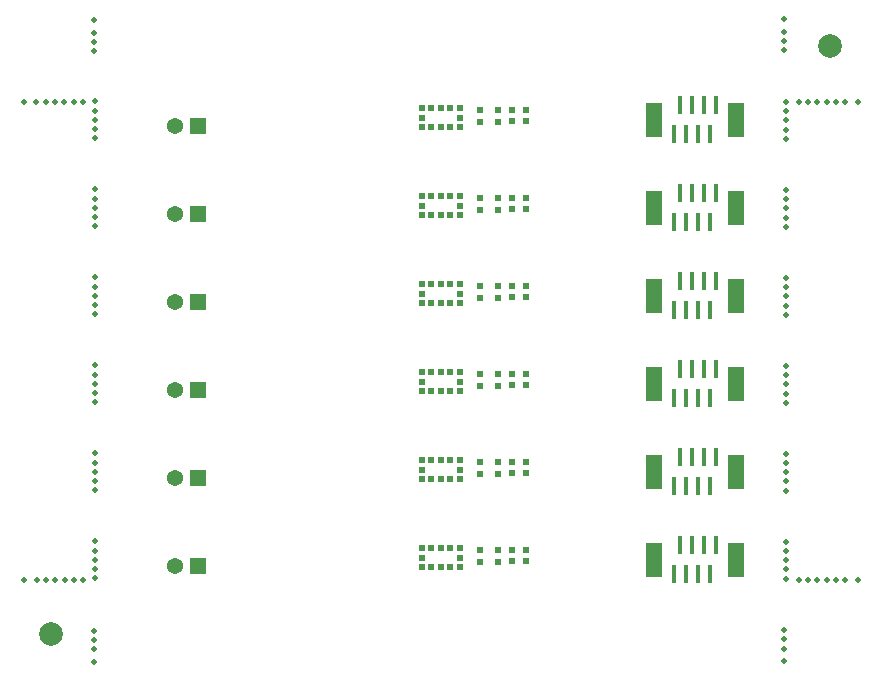
<source format=gbr>
%TF.GenerationSoftware,KiCad,Pcbnew,7.0.7-7.0.7~ubuntu22.04.1*%
%TF.CreationDate,2023-09-16T17:49:40-05:00*%
%TF.ProjectId,TOF_PANELIZED,544f465f-5041-44e4-954c-495a45442e6b,000*%
%TF.SameCoordinates,Original*%
%TF.FileFunction,Soldermask,Top*%
%TF.FilePolarity,Negative*%
%FSLAX46Y46*%
G04 Gerber Fmt 4.6, Leading zero omitted, Abs format (unit mm)*
G04 Created by KiCad (PCBNEW 7.0.7-7.0.7~ubuntu22.04.1) date 2023-09-16 17:49:40*
%MOMM*%
%LPD*%
G01*
G04 APERTURE LIST*
%ADD10C,0.500000*%
%ADD11C,2.000000*%
%ADD12R,1.368000X1.368000*%
%ADD13C,1.368000*%
%ADD14R,0.600000X0.490000*%
%ADD15R,0.508000X0.508000*%
%ADD16R,0.400000X1.600000*%
%ADD17R,1.400000X2.900000*%
%ADD18R,0.550000X0.500000*%
G04 APERTURE END LIST*
D10*
%TO.C,REF\u002A\u002A*%
X107070000Y-28545000D03*
%TD*%
%TO.C,REF\u002A\u002A*%
X107854000Y-28545000D03*
%TD*%
%TO.C,REF\u002A\u002A*%
X47400000Y-74085000D03*
%TD*%
%TO.C,REF\u002A\u002A*%
X47400000Y-75945000D03*
%TD*%
%TO.C,REF\u002A\u002A*%
X47400000Y-73305000D03*
%TD*%
%TO.C,REF\u002A\u002A*%
X47400000Y-74865000D03*
%TD*%
D11*
%TO.C,REF\u002A\u002A*%
X109740000Y-23785000D03*
%TD*%
%TO.C,REF\u002A\u002A*%
X43740000Y-73610000D03*
%TD*%
D10*
%TO.C,REF\u002A\u002A*%
X105980000Y-29321000D03*
%TD*%
%TO.C,REF\u002A\u002A*%
X105980000Y-28543000D03*
%TD*%
%TO.C,REF\u002A\u002A*%
X105980000Y-30099000D03*
%TD*%
%TO.C,REF\u002A\u002A*%
X47510000Y-31607000D03*
%TD*%
%TO.C,REF\u002A\u002A*%
X47510000Y-30829000D03*
%TD*%
%TO.C,REF\u002A\u002A*%
X47510000Y-30051000D03*
%TD*%
%TO.C,REF\u002A\u002A*%
X47510000Y-29273000D03*
%TD*%
%TO.C,REF\u002A\u002A*%
X47510000Y-28495000D03*
%TD*%
%TO.C,REF\u002A\u002A*%
X112050000Y-28545000D03*
%TD*%
%TO.C,REF\u002A\u002A*%
X107070000Y-69055000D03*
%TD*%
%TO.C,REF\u002A\u002A*%
X107854000Y-69055000D03*
%TD*%
%TO.C,REF\u002A\u002A*%
X108638000Y-69055000D03*
%TD*%
%TO.C,REF\u002A\u002A*%
X109422000Y-69055000D03*
%TD*%
%TO.C,REF\u002A\u002A*%
X110206000Y-69055000D03*
%TD*%
%TO.C,REF\u002A\u002A*%
X110990000Y-69055000D03*
%TD*%
%TO.C,REF\u002A\u002A*%
X112050000Y-69055000D03*
%TD*%
%TO.C,REF\u002A\u002A*%
X46440000Y-28505000D03*
%TD*%
%TO.C,REF\u002A\u002A*%
X45656000Y-28505000D03*
%TD*%
%TO.C,REF\u002A\u002A*%
X44872000Y-28505000D03*
%TD*%
%TO.C,REF\u002A\u002A*%
X44088000Y-28505000D03*
%TD*%
%TO.C,REF\u002A\u002A*%
X42520000Y-28505000D03*
%TD*%
%TO.C,REF\u002A\u002A*%
X43304000Y-28505000D03*
%TD*%
%TO.C,REF\u002A\u002A*%
X41460000Y-28505000D03*
%TD*%
%TO.C,REF\u002A\u002A*%
X47510000Y-39057000D03*
%TD*%
%TO.C,REF\u002A\u002A*%
X47510000Y-46507000D03*
%TD*%
%TO.C,REF\u002A\u002A*%
X47510000Y-53957000D03*
%TD*%
%TO.C,REF\u002A\u002A*%
X47510000Y-61407000D03*
%TD*%
%TO.C,REF\u002A\u002A*%
X47510000Y-68857000D03*
%TD*%
%TO.C,REF\u002A\u002A*%
X105980000Y-35993000D03*
%TD*%
%TO.C,REF\u002A\u002A*%
X105980000Y-43443000D03*
%TD*%
%TO.C,REF\u002A\u002A*%
X105980000Y-50893000D03*
%TD*%
%TO.C,REF\u002A\u002A*%
X105980000Y-58343000D03*
%TD*%
%TO.C,REF\u002A\u002A*%
X105980000Y-65793000D03*
%TD*%
%TO.C,REF\u002A\u002A*%
X47510000Y-37501000D03*
%TD*%
%TO.C,REF\u002A\u002A*%
X47510000Y-44951000D03*
%TD*%
%TO.C,REF\u002A\u002A*%
X47510000Y-52401000D03*
%TD*%
%TO.C,REF\u002A\u002A*%
X47510000Y-59851000D03*
%TD*%
%TO.C,REF\u002A\u002A*%
X47510000Y-67301000D03*
%TD*%
%TO.C,REF\u002A\u002A*%
X105980000Y-38327000D03*
%TD*%
%TO.C,REF\u002A\u002A*%
X105980000Y-45777000D03*
%TD*%
%TO.C,REF\u002A\u002A*%
X105980000Y-53227000D03*
%TD*%
%TO.C,REF\u002A\u002A*%
X105980000Y-60677000D03*
%TD*%
%TO.C,REF\u002A\u002A*%
X105980000Y-68127000D03*
%TD*%
%TO.C,REF\u002A\u002A*%
X47510000Y-36723000D03*
%TD*%
%TO.C,REF\u002A\u002A*%
X47510000Y-44173000D03*
%TD*%
%TO.C,REF\u002A\u002A*%
X47510000Y-51623000D03*
%TD*%
%TO.C,REF\u002A\u002A*%
X47510000Y-59073000D03*
%TD*%
%TO.C,REF\u002A\u002A*%
X47510000Y-66523000D03*
%TD*%
%TO.C,REF\u002A\u002A*%
X105980000Y-39105000D03*
%TD*%
%TO.C,REF\u002A\u002A*%
X105980000Y-46555000D03*
%TD*%
%TO.C,REF\u002A\u002A*%
X105980000Y-54005000D03*
%TD*%
%TO.C,REF\u002A\u002A*%
X105980000Y-61455000D03*
%TD*%
%TO.C,REF\u002A\u002A*%
X105980000Y-68905000D03*
%TD*%
%TO.C,REF\u002A\u002A*%
X105980000Y-37549000D03*
%TD*%
%TO.C,REF\u002A\u002A*%
X105980000Y-44999000D03*
%TD*%
%TO.C,REF\u002A\u002A*%
X105980000Y-52449000D03*
%TD*%
%TO.C,REF\u002A\u002A*%
X105980000Y-59899000D03*
%TD*%
%TO.C,REF\u002A\u002A*%
X105980000Y-67349000D03*
%TD*%
%TO.C,REF\u002A\u002A*%
X105980000Y-36771000D03*
%TD*%
%TO.C,REF\u002A\u002A*%
X105980000Y-44221000D03*
%TD*%
%TO.C,REF\u002A\u002A*%
X105980000Y-51671000D03*
%TD*%
%TO.C,REF\u002A\u002A*%
X105980000Y-59121000D03*
%TD*%
%TO.C,REF\u002A\u002A*%
X105980000Y-66571000D03*
%TD*%
%TO.C,REF\u002A\u002A*%
X47510000Y-35945000D03*
%TD*%
%TO.C,REF\u002A\u002A*%
X47510000Y-43395000D03*
%TD*%
%TO.C,REF\u002A\u002A*%
X47510000Y-50845000D03*
%TD*%
%TO.C,REF\u002A\u002A*%
X47510000Y-58295000D03*
%TD*%
%TO.C,REF\u002A\u002A*%
X47510000Y-65745000D03*
%TD*%
%TO.C,REF\u002A\u002A*%
X47510000Y-38279000D03*
%TD*%
%TO.C,REF\u002A\u002A*%
X47510000Y-45729000D03*
%TD*%
%TO.C,REF\u002A\u002A*%
X47510000Y-53179000D03*
%TD*%
%TO.C,REF\u002A\u002A*%
X47510000Y-60629000D03*
%TD*%
%TO.C,REF\u002A\u002A*%
X47510000Y-68079000D03*
%TD*%
D12*
%TO.C,J2*%
X56215000Y-67840000D03*
D13*
X54215000Y-67840000D03*
%TD*%
D14*
%TO.C,R1*%
X82770000Y-59937000D03*
X82770000Y-59023000D03*
%TD*%
D15*
%TO.C,U1*%
X78340200Y-67925100D03*
X77540100Y-67925100D03*
X76740000Y-67925100D03*
X75939900Y-67925100D03*
X75139800Y-67925100D03*
X75139800Y-67125000D03*
X75139800Y-66324900D03*
X75939900Y-66324900D03*
X76740000Y-66324900D03*
X77540100Y-66324900D03*
X78340200Y-66324900D03*
X78340200Y-67125000D03*
%TD*%
D16*
%TO.C,J1*%
X96515000Y-31235000D03*
X97015000Y-28835000D03*
X97515000Y-31235000D03*
X98015000Y-28835000D03*
X98515000Y-31235000D03*
X99015000Y-28835000D03*
X99515000Y-31235000D03*
X100015000Y-28835000D03*
D17*
X94815000Y-30035000D03*
X101715000Y-30035000D03*
%TD*%
D14*
%TO.C,R2*%
X83980000Y-44113000D03*
X83980000Y-45027000D03*
%TD*%
%TO.C,R2*%
X83980000Y-29213000D03*
X83980000Y-30127000D03*
%TD*%
%TO.C,R2*%
X83980000Y-51563000D03*
X83980000Y-52477000D03*
%TD*%
%TO.C,R1*%
X82770000Y-52487000D03*
X82770000Y-51573000D03*
%TD*%
D10*
%TO.C,REF\u002A\u002A*%
X105800000Y-74045000D03*
%TD*%
%TO.C,REF\u002A\u002A*%
X109422000Y-28545000D03*
%TD*%
D12*
%TO.C,J2*%
X56215000Y-60390000D03*
D13*
X54215000Y-60390000D03*
%TD*%
D18*
%TO.C,C2*%
X81560000Y-36685000D03*
X81560000Y-37665000D03*
%TD*%
D10*
%TO.C,REF\u002A\u002A*%
X105800000Y-21545000D03*
%TD*%
D18*
%TO.C,C2*%
X81560000Y-66485000D03*
X81560000Y-67465000D03*
%TD*%
D10*
%TO.C,REF\u002A\u002A*%
X47400000Y-23445000D03*
%TD*%
%TO.C,REF\u002A\u002A*%
X105800000Y-22625000D03*
%TD*%
%TO.C,REF\u002A\u002A*%
X110990000Y-28545000D03*
%TD*%
%TO.C,REF\u002A\u002A*%
X41490000Y-69035000D03*
%TD*%
D18*
%TO.C,C2*%
X81560000Y-59035000D03*
X81560000Y-60015000D03*
%TD*%
%TO.C,C1*%
X80070000Y-51585000D03*
X80070000Y-52565000D03*
%TD*%
D10*
%TO.C,REF\u002A\u002A*%
X44902000Y-69035000D03*
%TD*%
D12*
%TO.C,J2*%
X56215000Y-38040000D03*
D13*
X54215000Y-38040000D03*
%TD*%
D14*
%TO.C,R2*%
X83980000Y-59013000D03*
X83980000Y-59927000D03*
%TD*%
D15*
%TO.C,U1*%
X78340200Y-45575100D03*
X77540100Y-45575100D03*
X76740000Y-45575100D03*
X75939900Y-45575100D03*
X75139800Y-45575100D03*
X75139800Y-44775000D03*
X75139800Y-43974900D03*
X75939900Y-43974900D03*
X76740000Y-43974900D03*
X77540100Y-43974900D03*
X78340200Y-43974900D03*
X78340200Y-44775000D03*
%TD*%
D14*
%TO.C,R1*%
X82770000Y-45037000D03*
X82770000Y-44123000D03*
%TD*%
D10*
%TO.C,REF\u002A\u002A*%
X105800000Y-73265000D03*
%TD*%
%TO.C,REF\u002A\u002A*%
X47400000Y-21585000D03*
%TD*%
%TO.C,REF\u002A\u002A*%
X108638000Y-28545000D03*
%TD*%
D18*
%TO.C,C2*%
X81560000Y-44135000D03*
X81560000Y-45115000D03*
%TD*%
D10*
%TO.C,REF\u002A\u002A*%
X42550000Y-69035000D03*
%TD*%
D16*
%TO.C,J1*%
X96515000Y-53585000D03*
X97015000Y-51185000D03*
X97515000Y-53585000D03*
X98015000Y-51185000D03*
X98515000Y-53585000D03*
X99015000Y-51185000D03*
X99515000Y-53585000D03*
X100015000Y-51185000D03*
D17*
X94815000Y-52385000D03*
X101715000Y-52385000D03*
%TD*%
D12*
%TO.C,J2*%
X56215000Y-30590000D03*
D13*
X54215000Y-30590000D03*
%TD*%
D10*
%TO.C,REF\u002A\u002A*%
X46470000Y-69035000D03*
%TD*%
%TO.C,REF\u002A\u002A*%
X105980000Y-31655000D03*
%TD*%
D15*
%TO.C,U1*%
X78340200Y-30675100D03*
X77540100Y-30675100D03*
X76740000Y-30675100D03*
X75939900Y-30675100D03*
X75139800Y-30675100D03*
X75139800Y-29875000D03*
X75139800Y-29074900D03*
X75939900Y-29074900D03*
X76740000Y-29074900D03*
X77540100Y-29074900D03*
X78340200Y-29074900D03*
X78340200Y-29875000D03*
%TD*%
D16*
%TO.C,J1*%
X96515000Y-68485000D03*
X97015000Y-66085000D03*
X97515000Y-68485000D03*
X98015000Y-66085000D03*
X98515000Y-68485000D03*
X99015000Y-66085000D03*
X99515000Y-68485000D03*
X100015000Y-66085000D03*
D17*
X94815000Y-67285000D03*
X101715000Y-67285000D03*
%TD*%
D16*
%TO.C,J1*%
X96515000Y-61035000D03*
X97015000Y-58635000D03*
X97515000Y-61035000D03*
X98015000Y-58635000D03*
X98515000Y-61035000D03*
X99015000Y-58635000D03*
X99515000Y-61035000D03*
X100015000Y-58635000D03*
D17*
X94815000Y-59835000D03*
X101715000Y-59835000D03*
%TD*%
D18*
%TO.C,C1*%
X80070000Y-59035000D03*
X80070000Y-60015000D03*
%TD*%
D10*
%TO.C,REF\u002A\u002A*%
X45686000Y-69035000D03*
%TD*%
D14*
%TO.C,R1*%
X82770000Y-67387000D03*
X82770000Y-66473000D03*
%TD*%
D18*
%TO.C,C2*%
X81560000Y-29235000D03*
X81560000Y-30215000D03*
%TD*%
D15*
%TO.C,U1*%
X78340200Y-38125100D03*
X77540100Y-38125100D03*
X76740000Y-38125100D03*
X75939900Y-38125100D03*
X75139800Y-38125100D03*
X75139800Y-37325000D03*
X75139800Y-36524900D03*
X75939900Y-36524900D03*
X76740000Y-36524900D03*
X77540100Y-36524900D03*
X78340200Y-36524900D03*
X78340200Y-37325000D03*
%TD*%
D16*
%TO.C,J1*%
X96515000Y-38685000D03*
X97015000Y-36285000D03*
X97515000Y-38685000D03*
X98015000Y-36285000D03*
X98515000Y-38685000D03*
X99015000Y-36285000D03*
X99515000Y-38685000D03*
X100015000Y-36285000D03*
D17*
X94815000Y-37485000D03*
X101715000Y-37485000D03*
%TD*%
D14*
%TO.C,R2*%
X83980000Y-66463000D03*
X83980000Y-67377000D03*
%TD*%
D10*
%TO.C,REF\u002A\u002A*%
X105800000Y-23405000D03*
%TD*%
%TO.C,REF\u002A\u002A*%
X44118000Y-69035000D03*
%TD*%
%TO.C,REF\u002A\u002A*%
X105980000Y-30877000D03*
%TD*%
D18*
%TO.C,C1*%
X80070000Y-44135000D03*
X80070000Y-45115000D03*
%TD*%
D10*
%TO.C,REF\u002A\u002A*%
X47400000Y-22665000D03*
%TD*%
D16*
%TO.C,J1*%
X96515000Y-46135000D03*
X97015000Y-43735000D03*
X97515000Y-46135000D03*
X98015000Y-43735000D03*
X98515000Y-46135000D03*
X99015000Y-43735000D03*
X99515000Y-46135000D03*
X100015000Y-43735000D03*
D17*
X94815000Y-44935000D03*
X101715000Y-44935000D03*
%TD*%
D14*
%TO.C,R2*%
X83980000Y-36663000D03*
X83980000Y-37577000D03*
%TD*%
D10*
%TO.C,REF\u002A\u002A*%
X43334000Y-69035000D03*
%TD*%
%TO.C,REF\u002A\u002A*%
X110206000Y-28545000D03*
%TD*%
%TO.C,REF\u002A\u002A*%
X105800000Y-24185000D03*
%TD*%
%TO.C,REF\u002A\u002A*%
X105800000Y-75905000D03*
%TD*%
D14*
%TO.C,R1*%
X82770000Y-30137000D03*
X82770000Y-29223000D03*
%TD*%
D15*
%TO.C,U1*%
X78340200Y-53025100D03*
X77540100Y-53025100D03*
X76740000Y-53025100D03*
X75939900Y-53025100D03*
X75139800Y-53025100D03*
X75139800Y-52225000D03*
X75139800Y-51424900D03*
X75939900Y-51424900D03*
X76740000Y-51424900D03*
X77540100Y-51424900D03*
X78340200Y-51424900D03*
X78340200Y-52225000D03*
%TD*%
D18*
%TO.C,C1*%
X80070000Y-36685000D03*
X80070000Y-37665000D03*
%TD*%
D14*
%TO.C,R1*%
X82770000Y-37587000D03*
X82770000Y-36673000D03*
%TD*%
D10*
%TO.C,REF\u002A\u002A*%
X47400000Y-24225000D03*
%TD*%
D18*
%TO.C,C1*%
X80070000Y-29235000D03*
X80070000Y-30215000D03*
%TD*%
D10*
%TO.C,REF\u002A\u002A*%
X105800000Y-74825000D03*
%TD*%
D12*
%TO.C,J2*%
X56215000Y-52940000D03*
D13*
X54215000Y-52940000D03*
%TD*%
D12*
%TO.C,J2*%
X56215000Y-45490000D03*
D13*
X54215000Y-45490000D03*
%TD*%
D18*
%TO.C,C2*%
X81560000Y-51585000D03*
X81560000Y-52565000D03*
%TD*%
%TO.C,C1*%
X80070000Y-66485000D03*
X80070000Y-67465000D03*
%TD*%
D15*
%TO.C,U1*%
X78340200Y-60475100D03*
X77540100Y-60475100D03*
X76740000Y-60475100D03*
X75939900Y-60475100D03*
X75139800Y-60475100D03*
X75139800Y-59675000D03*
X75139800Y-58874900D03*
X75939900Y-58874900D03*
X76740000Y-58874900D03*
X77540100Y-58874900D03*
X78340200Y-58874900D03*
X78340200Y-59675000D03*
%TD*%
M02*

</source>
